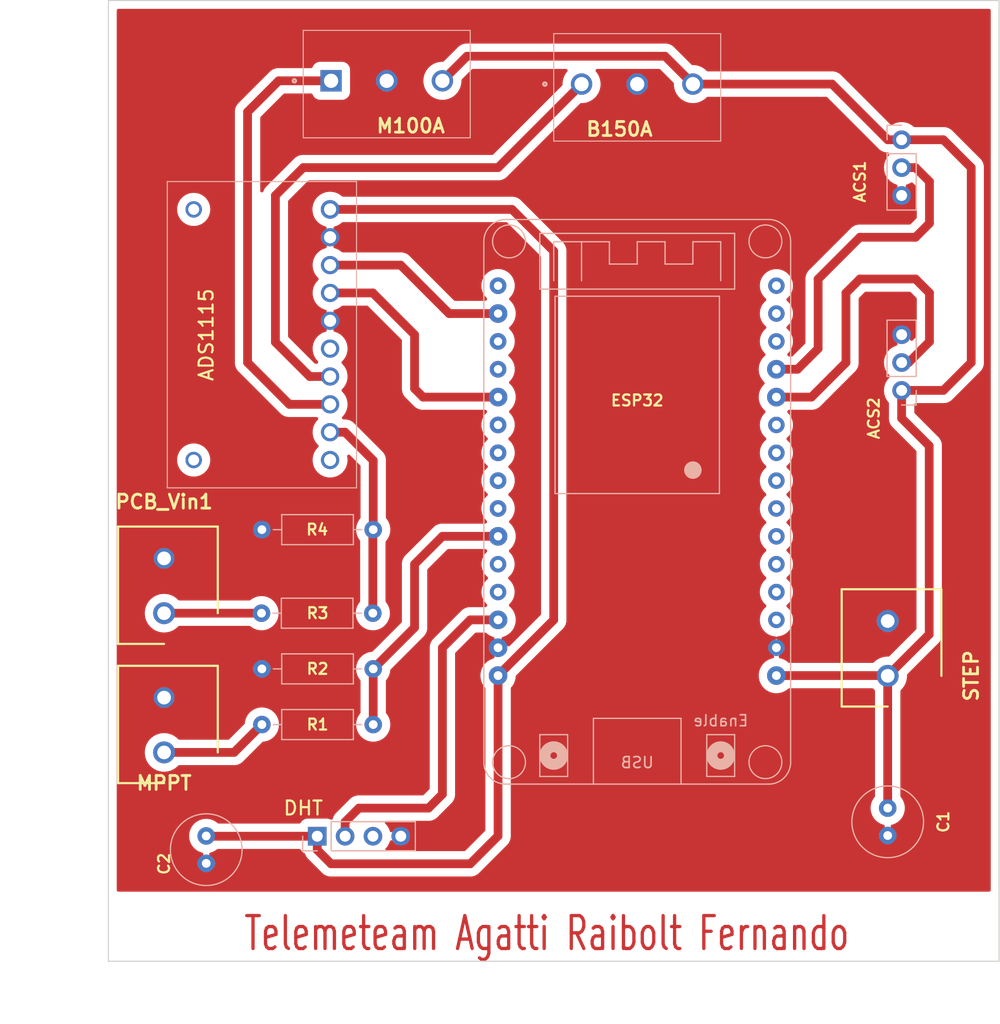
<source format=kicad_pcb>
(kicad_pcb (version 20211014) (generator pcbnew)
  (layers (0 "F.Cu" signal) (31 "B.Cu" signal) (34 "B.Paste" user) (35 "F.Paste" user) (36 "B.SilkS" user "B.Silkscreen") (37 "F.SilkS" user "F.Silkscreen") (38 "B.Mask" user) (39 "F.Mask" user) (44 "Edge.Cuts" user))
  (net 0 "")
  (net 1 "Net-(ACS1-Pad1)")
  (net 2 "Net-(C2-Pad1)")
  (net 3 "Net-(ESP32-Pad21)")
  (net 4 "GND")
  (net 5 "Net-(MPPT1-Pad1)")
  (net 6 "Net-(ACS1-Pad2)")
  (net 7 "Net-(ACS2-Pad2)")
  (net 8 "Net-(ADS1115-Pad3)")
  (net 9 "Net-(ADS1115-Pad4)")
  (net 11 "Net-(ADS1115-Pad7)")
  (net 12 "Net-(ADS1115-Pad8)")
  (net 13 "Net-(ADS1115-Pad9)")
  (net 17 "Net-(DHT1-Pad2)")
  (net 19 "Net-(PCB_Vin1-Pad1)")
  (footprint "Terminal_Block_PCB_2Way:KRE_Terminal_2Way_5.08mm" (layer "F.Cu") (at 73.66 114.3 90)
    (fp_text reference "MPPT" (at -2.8 0) (layer "F.SilkS") (effects (font (size 1.27 1.27) (thickness 0.254))))
    (fp_text value "CTB1202_2BK" hide)
    (fp_line (start 7.9 4.9) (end 7.9 -4.2) (layer "F.SilkS") (width 0.2))
    (fp_line (start -2.8 -4.2) (end -2.8 0) (layer "F.SilkS") (width 0.2))
    (fp_line (start 0 4.9) (end 7.9 4.9) (layer "F.SilkS") (width 0.2))
    (fp_line (start 7.9 -4.2) (end -2.8 -4.2) (layer "F.SilkS") (width 0.2))
    (pad "1" thru_hole circle locked (at 0 0 90) (size 2 2) (drill 1.25) (layers *.Cu *.Mask) (net 5 "Net-(MPPT1-Pad1)"))
    (pad "2" thru_hole circle locked (at 5 0 90) (size 1.875 1.875) (drill 1.25) (layers *.Cu *.Mask) (net 4 "GND"))
  )
  (footprint "Terminal_Block_PCB_2Way:KRE_Terminal_2Way_5.08mm" (layer "F.Cu") (at 73.66 101.6 90)
    (fp_text reference "PCB_Vin1" (at 10.16 0) (layer "F.SilkS") (effects (font (size 1.27 1.27) (thickness 0.254))))
    (fp_text value "CTB1202_2BK" hide)
    (fp_line (start 7.9 4.9) (end 7.9 -4.2) (layer "F.SilkS") (width 0.2))
    (fp_line (start -2.8 -4.2) (end -2.8 0) (layer "F.SilkS") (width 0.2))
    (fp_line (start 7.9 -4.2) (end -2.8 -4.2) (layer "F.SilkS") (width 0.2))
    (fp_line (start 0 4.9) (end 7.9 4.9) (layer "F.SilkS") (width 0.2))
    (pad "1" thru_hole circle locked (at 0 0 90) (size 2 2) (drill 1.25) (layers *.Cu *.Mask) (net 19 "Net-(PCB_Vin1-Pad1)"))
    (pad "2" thru_hole circle locked (at 5 0 90) (size 1.875 1.875) (drill 1.25) (layers *.Cu *.Mask) (net 4 "GND"))
  )
  (footprint "Terminal_Block_PCB_2Way:KRE_Terminal_2Way_5.08mm" (layer "F.Cu") (at 139.7 107.315 90)
    (fp_text reference "STEP" (at 0 7.62 90) (layer "F.SilkS") (effects (font (size 1.27 1.27) (thickness 0.254))))
    (fp_text value "CTB1202_2BK" hide)
    (fp_line (start 7.9 4.9) (end 7.9 -4.2) (layer "F.SilkS") (width 0.2))
    (fp_line (start 7.9 -4.2) (end -2.8 -4.2) (layer "F.SilkS") (width 0.2))
    (fp_line (start -2.8 -4.2) (end -2.8 0) (layer "F.SilkS") (width 0.2))
    (fp_line (start 0 4.9) (end 7.9 4.9) (layer "F.SilkS") (width 0.2))
    (pad "1" thru_hole circle locked (at 0 0 90) (size 2 2) (drill 1.25) (layers *.Cu *.Mask) (net 1 "Net-(ACS1-Pad1)"))
    (pad "2" thru_hole circle locked (at 5 0 90) (size 2 2) (drill 1.25) (layers *.Cu *.Mask) (net 4 "GND"))
  )
  (footprint "Resistor_THT:R_Axial_DIN0207_L6.3mm_D2.5mm_P10.16mm_Horizontal" (layer "B.Cu") (at 82.586666 106.68)
    (fp_text reference "R2" (at 5.08 0) (layer "F.SilkS") (effects (font (thickness 0.2))))
    (fp_text value "R")
    (fp_line (start 1.81 1.37) (end 1.81 -1.37) (layer "B.SilkS") (width 0.12))
    (fp_line (start 1.81 -1.37) (end 8.35 -1.37) (layer "B.SilkS") (width 0.12))
    (fp_line (start 8.35 -1.37) (end 8.35 1.37) (layer "B.SilkS") (width 0.12))
    (fp_line (start 1.04 0) (end 1.81 0) (layer "B.SilkS") (width 0.12))
    (fp_line (start 9.12 0) (end 8.35 0) (layer "B.SilkS") (width 0.12))
    (fp_line (start 8.35 1.37) (end 1.81 1.37) (layer "B.SilkS") (width 0.12))
    (pad "1" thru_hole circle (at 0 0) (size 1.6 1.6) (drill 0.8) (layers *.Cu *.Mask) (net 4 "GND"))
    (pad "2" thru_hole oval (at 10.16 0) (size 1.6 1.6) (drill 0.8) (layers *.Cu *.Mask) (net 3 "Net-(ESP32-Pad21)"))
  )
  (footprint "Resistor_THT:R_Axial_DIN0207_L6.3mm_D2.5mm_P10.16mm_Horizontal" (layer "B.Cu") (at 92.746666 111.76 180)
    (fp_text reference "R1" (at 5.08 0) (layer "F.SilkS") (effects (font (thickness 0.2))))
    (fp_text value "R")
    (fp_line (start 1.81 -1.37) (end 8.35 -1.37) (layer "B.SilkS") (width 0.12))
    (fp_line (start 1.81 1.37) (end 1.81 -1.37) (layer "B.SilkS") (width 0.12))
    (fp_line (start 8.35 -1.37) (end 8.35 1.37) (layer "B.SilkS") (width 0.12))
    (fp_line (start 8.35 1.37) (end 1.81 1.37) (layer "B.SilkS") (width 0.12))
    (fp_line (start 9.12 0) (end 8.35 0) (layer "B.SilkS") (width 0.12))
    (fp_line (start 1.04 0) (end 1.81 0) (layer "B.SilkS") (width 0.12))
    (pad "1" thru_hole circle (at 0 0 180) (size 1.6 1.6) (drill 0.8) (layers *.Cu *.Mask) (net 3 "Net-(ESP32-Pad21)"))
    (pad "2" thru_hole oval (at 10.16 0 180) (size 1.6 1.6) (drill 0.8) (layers *.Cu *.Mask) (net 5 "Net-(MPPT1-Pad1)"))
  )
  (footprint "Terminal_Block_PCB_3Way:Connector_KRE_3W_5,08mm" (layer "B.Cu") (at 88.9 53.04)
    (fp_text reference "M100A" (at 7.265 4.11 -180) (layer "F.SilkS") (effects (font (size 1.27 1.27) (thickness 0.254))))
    (fp_text value "1715734" hide)
    (fp_line (start -2.54 5.2) (end 12.7 5.2) (layer "B.SilkS") (width 0.1))
    (fp_line (start -2.54 -4.6) (end -2.54 5.2) (layer "B.SilkS") (width 0.1))
    (fp_line (start 12.7 -4.6) (end -2.54 -4.6) (layer "B.SilkS") (width 0.1))
    (fp_line (start 12.7 5.2) (end 12.7 -4.6) (layer "B.SilkS") (width 0.1))
    (fp_circle (center -3.35 0) (end -3.35 -0.05) (layer "B.SilkS") (width 0.2) (fill none))
    (pad "1" thru_hole rect locked (at 0 0) (size 1.95 1.95) (drill 1.3) (layers *.Cu *.Mask) (net 12 "Net-(ADS1115-Pad8)"))
    (pad "2" thru_hole circle locked (at 5.08 0) (size 1.95 1.95) (drill 1.3) (layers *.Cu *.Mask) (net 4 "GND"))
    (pad "3" thru_hole circle locked (at 10.16 0) (size 1.95 1.95) (drill 1.3) (layers *.Cu *.Mask) (net 1 "Net-(ACS1-Pad1)"))
  )
  (footprint "ADS1115:ADS1115" (layer "B.Cu") (at 88.809666 64.77 -90)
    (fp_text reference "ADS1115" (at 11.43 11.303 90) (layer "F.SilkS") (effects (font (size 1.27 1.27) (thickness 0.2))))
    (fp_text value "ADS1115" hide)
    (fp_line (start 25.4 14.859) (end 25.4 -2.413) (layer "B.SilkS") (width 0.1))
    (fp_line (start -2.54 -2.413) (end -2.54 14.859) (layer "B.SilkS") (width 0.1))
    (fp_line (start 25.4 -2.413) (end -2.54 -2.413) (layer "B.SilkS") (width 0.1))
    (fp_line (start -2.54 14.859) (end 25.4 14.859) (layer "B.SilkS") (width 0.1))
    (pad "1" thru_hole circle locked (at 0 0 270) (size 1.7 1.7) (drill 1.11) (layers *.Cu *.Mask) (net 2 "Net-(C2-Pad1)"))
    (pad "2" thru_hole circle locked (at 2.54 0 270) (size 1.665 1.665) (drill 1.11) (layers *.Cu *.Mask) (net 4 "GND"))
    (pad "3" thru_hole circle locked (at 5.08 0 270) (size 1.665 1.665) (drill 1.11) (layers *.Cu *.Mask) (net 8 "Net-(ADS1115-Pad3)"))
    (pad "4" thru_hole circle locked (at 7.62 0 270) (size 1.665 1.665) (drill 1.11) (layers *.Cu *.Mask) (net 9 "Net-(ADS1115-Pad4)"))
    (pad "5" thru_hole circle locked (at 10.16 0 270) (size 1.665 1.665) (drill 1.11) (layers *.Cu *.Mask) (net 4 "GND"))
    (pad "6" thru_hole circle locked (at 12.7 0 270) (size 1.665 1.665) (drill 1.11) (layers *.Cu *.Mask))
    (pad "7" thru_hole circle locked (at 15.24 0 270) (size 1.665 1.665) (drill 1.11) (layers *.Cu *.Mask) (net 11 "Net-(ADS1115-Pad7)"))
    (pad "8" thru_hole circle locked (at 17.78 0 270) (size 1.665 1.665) (drill 1.11) (layers *.Cu *.Mask) (net 12 "Net-(ADS1115-Pad8)"))
    (pad "9" thru_hole circle locked (at 20.32 0 270) (size 1.665 1.665) (drill 1.11) (layers *.Cu *.Mask) (net 13 "Net-(ADS1115-Pad9)"))
    (pad "10" thru_hole circle locked (at 22.86 0 270) (size 1.665 1.665) (drill 1.11) (layers *.Cu *.Mask))
    (pad "MH1" thru_hole circle locked (at 0 12.446 270) (size 1.5 1.5) (drill 1) (layers *.Cu *.Mask))
    (pad "MH2" thru_hole circle locked (at 22.86 12.446 270) (size 1.5 1.5) (drill 1) (layers *.Cu *.Mask))
  )
  (footprint "Terminal_Block_PCB_3Way:Connector_KRE_3W_5,08mm" (layer "B.Cu") (at 111.76 53.34)
    (fp_text reference "B150A" (at 3.455 4.11) (layer "F.SilkS") (effects (font (size 1.27 1.27) (thickness 0.254))))
    (fp_text value "1715734" hide)
    (fp_line (start -2.54 5.2) (end 12.7 5.2) (layer "B.SilkS") (width 0.1))
    (fp_line (start -2.54 -4.6) (end -2.54 5.2) (layer "B.SilkS") (width 0.1))
    (fp_line (start 12.7 -4.6) (end -2.54 -4.6) (layer "B.SilkS") (width 0.1))
    (fp_line (start 12.7 5.2) (end 12.7 -4.6) (layer "B.SilkS") (width 0.1))
    (fp_circle (center -3.35 0) (end -3.35 -0.05) (layer "B.SilkS") (width 0.2) (fill none))
    (pad "1" thru_hole circle locked (at 0 0) (size 1.95 1.95) (drill 1.3) (layers *.Cu *.Mask) (net 11 "Net-(ADS1115-Pad7)"))
    (pad "2" thru_hole circle locked (at 5.08 0) (size 1.95 1.95) (drill 1.3) (layers *.Cu *.Mask) (net 4 "GND"))
    (pad "3" thru_hole circle locked (at 10.16 0) (size 1.95 1.95) (drill 1.3) (layers *.Cu *.Mask) (net 1 "Net-(ACS1-Pad1)"))
  )
  (footprint "Connector_PinSocket_2.54mm:PinSocket_1x04_P2.54mm_Vertical" (layer "B.Cu") (at 87.64 121.945 -90)
    (fp_text reference "DHT" (at -2.565 1.28) (layer "F.SilkS") (effects (font (size 1.27 1.27) (thickness 0.2))))
    (fp_text value "Conn_01x04_Female")
    (fp_line (start -1.33 -1.27) (end -1.33 -8.95) (layer "B.SilkS") (width 0.12))
    (fp_line (start 1.33 1.33) (end 1.33 0) (layer "B.SilkS") (width 0.12))
    (fp_line (start -1.33 -8.95) (end 1.33 -8.95) (layer "B.SilkS") (width 0.12))
    (fp_line (start 0 1.33) (end 1.33 1.33) (layer "B.SilkS") (width 0.12))
    (fp_line (start -1.33 -1.27) (end 1.33 -1.27) (layer "B.SilkS") (width 0.12))
    (fp_line (start 1.33 -1.27) (end 1.33 -8.95) (layer "B.SilkS") (width 0.12))
    (pad "1" thru_hole rect (at 0 0 270) (size 1.7 1.7) (drill 1) (layers *.Cu *.Mask) (net 2 "Net-(C2-Pad1)"))
    (pad "2" thru_hole oval (at 0 -2.54 270) (size 1.7 1.7) (drill 1) (layers *.Cu *.Mask) (net 17 "Net-(DHT1-Pad2)"))
    (pad "3" thru_hole oval (at 0 -5.08 270) (size 1.7 1.7) (drill 1) (layers *.Cu *.Mask))
    (pad "4" thru_hole oval (at 0 -7.62 270) (size 1.7 1.7) (drill 1) (layers *.Cu *.Mask) (net 4 "GND"))
  )
  (footprint "Capacitor_THT:C_Radial_D6.3mm_H11.0mm_P2.50mm" (layer "B.Cu") (at 77.506666 121.92 -90)
    (fp_text reference "C2" (at 2.54 3.846666 90) (layer "F.SilkS") (effects (font (thickness 0.2))))
    (fp_text value "C_Polarized")
    (fp_circle (center 1.25 0) (end 4.52 0) (layer "B.SilkS") (width 0.12) (fill none))
    (pad "1" thru_hole circle (at 0 0 270) (size 1.6 1.6) (drill 0.8) (layers *.Cu *.Mask) (net 2 "Net-(C2-Pad1)"))
    (pad "2" thru_hole circle (at 2.5 0 270) (size 1.6 1.6) (drill 0.8) (layers *.Cu *.Mask) (net 4 "GND"))
  )
  (footprint "esp32_devkit_v1_doit:esp32_devkit_v1_doit" (layer "B.Cu") (at 116.84 71.73 180)
    (fp_text reference "ESP32" (at 0 -10.47) (layer "F.SilkS") (effects (font (thickness 0.2))))
    (fp_text value "ESP32_DevKit_V1_DOIT")
    (fp_text user "USB" (at 0 -43.49) (layer "B.SilkS") (effects (justify mirror)))
    (fp_text user "Enable" (at -7.62 -39.68) (layer "B.SilkS") (effects (justify mirror)))
    (fp_line (start -7.5 -18.96) (end -7.5 -0.96) (layer "B.SilkS") (width 0.12))
    (fp_line (start -7.62 4.008) (end -5.08 4.008) (layer "B.SilkS") (width 0.12))
    (fp_line (start -8.89 -44.76) (end -8.89 -40.95) (layer "B.SilkS") (width 0.12))
    (fp_line (start 5.08 4.008) (end 5.08 0.452) (layer "B.SilkS") (width 0.12))
    (fp_line (start -5.08 1.976) (end -2.54 1.976) (layer "B.SilkS") (width 0.12))
    (fp_line (start -2.54 4.008) (end 0 4.008) (layer "B.SilkS") (width 0.12))
    (fp_line (start 6.35 -44.76) (end 6.35 -40.95) (layer "B.SilkS") (width 0.12))
    (fp_line (start -12 6.04) (end 12 6.04) (layer "B.SilkS") (width 0.12))
    (fp_line (start 7.5 -0.96) (end 7.5 -18.96) (layer "B.SilkS") (width 0.12))
    (fp_line (start -4 -39.46) (end 4 -39.46) (layer "B.SilkS") (width 0.12))
    (fp_line (start -14 4.04) (end -14 -43.46) (layer "B.SilkS") (width 0.12))
    (fp_line (start -6.35 -44.76) (end -8.89 -44.76) (layer "B.SilkS") (width 0.12))
    (fp_line (start 8.89 -44.76) (end 6.35 -44.76) (layer "B.SilkS") (width 0.12))
    (fp_line (start -2.54 1.976) (end -2.54 4.008) (layer "B.SilkS") (width 0.12))
    (fp_line (start -7.62 0.452) (end -7.62 4.008) (layer "B.SilkS") (width 0.12))
    (fp_line (start 8.89 4.77) (end 8.89 -0.31) (layer "B.SilkS") (width 0.12))
    (fp_line (start -6.35 -40.95) (end -6.35 -44.76) (layer "B.SilkS") (width 0.12))
    (fp_line (start 6.35 -40.95) (end 8.89 -40.95) (layer "B.SilkS") (width 0.12))
    (fp_line (start 0 1.976) (end 2.54 1.976) (layer "B.SilkS") (width 0.12))
    (fp_line (start -8.89 -0.31) (end -8.89 4.77) (layer "B.SilkS") (width 0.12))
    (fp_line (start -8.89 -40.95) (end -6.35 -40.95) (layer "B.SilkS") (width 0.12))
    (fp_line (start 8.89 -40.95) (end 8.89 -44.76) (layer "B.SilkS") (width 0.12))
    (fp_line (start 14 -43.46) (end 14 4.04) (layer "B.SilkS") (width 0.12))
    (fp_line (start 7.5 -18.96) (end -7.5 -18.96) (layer "B.SilkS") (width 0.12))
    (fp_line (start 8.89 -0.31) (end -8.89 -0.31) (layer "B.SilkS") (width 0.12))
    (fp_line (start -5.08 4.008) (end -5.08 1.976) (layer "B.SilkS") (width 0.12))
    (fp_line (start 4 -39.46) (end 4 -45.46) (layer "B.SilkS") (width 0.12))
    (fp_line (start 7.62 4.008) (end 7.62 0.452) (layer "B.SilkS") (width 0.12))
    (fp_line (start -8.89 4.77) (end 8.89 4.77) (layer "B.SilkS") (width 0.12))
    (fp_line (start -12 -45.46) (end 12 -45.46) (layer "B.SilkS") (width 0.12))
    (fp_line (start -4 -39.46) (end -4 -45.46) (layer "B.SilkS") (width 0.12))
    (fp_line (start 0 4.008) (end 0 1.976) (layer "B.SilkS") (width 0.12))
    (fp_line (start 2.54 1.976) (end 2.54 4.008) (layer "B.SilkS") (width 0.12))
    (fp_line (start 2.54 4.008) (end 7.62 4.008) (layer "B.SilkS") (width 0.12))
    (fp_line (start -7.5 -0.96) (end 7.5 -0.96) (layer "B.SilkS") (width 0.12))
    (fp_arc (start 14 4.04) (mid 13.414214 5.454214) (end 12 6.04) (layer "B.SilkS") (width 0.12))
    (fp_arc (start -12 6.04) (mid -13.414214 5.454214) (end -14 4.04) (layer "B.SilkS") (width 0.12))
    (fp_arc (start -14 -43.46) (mid -13.414214 -44.874214) (end -12 -45.46) (layer "B.SilkS") (width 0.12))
    (fp_arc (start 12 -45.46) (mid 13.414214 -44.874214) (end 14 -43.46) (layer "B.SilkS") (width 0.12))
    (fp_circle (center -7.62 -42.855) (end -7.32 -42.855) (layer "B.SilkS") (width 1) (fill none))
    (fp_circle (center 11.7 4.04) (end 13.2 4.04) (layer "B.SilkS") (width 0.12) (fill none))
    (fp_circle (center 7.62 -42.855) (end 7.92 -42.855) (layer "B.SilkS") (width 1) (fill none))
    (fp_circle (center -11.7 -43.46) (end -10.2 -43.46) (layer "B.SilkS") (width 0.12) (fill none))
    (fp_circle (center -5.08 -16.82) (end -4.68 -16.82) (layer "B.SilkS") (width 0.8) (fill none))
    (fp_circle (center 11.7 -43.46) (end 13.2 -43.46) (layer "B.SilkS") (width 0.12) (fill none))
    (fp_circle (center -11.7 4.04) (end -10.2 4.04) (layer "B.SilkS") (width 0.12) (fill none))
    (pad "1" thru_hole circle locked (at -12.7 0 180) (size 1.5 1.5) (drill 0.8) (layers *.Cu *.Mask))
    (pad "2" thru_hole circle locked (at -12.7 -2.54 180) (size 1.5 1.5) (drill 0.8) (layers *.Cu *.Mask))
    (pad "3" thru_hole circle locked (at -12.7 -5.08 180) (size 1.5 1.5) (drill 0.8) (layers *.Cu *.Mask))
    (pad "4" thru_hole circle (at -12.7 -7.62 180) (size 1.7 1.7) (drill 0.8) (layers *.Cu *.Mask) (net 6 "Net-(ACS1-Pad2)"))
    (pad "5" thru_hole circle locked (at -12.7 -10.16 180) (size 1.7 1.7) (drill 0.8) (layers *.Cu *.Mask) (net 7 "Net-(ACS2-Pad2)"))
    (pad "6" thru_hole circle locked (at -12.7 -12.7 180) (size 1.5 1.5) (drill 0.8) (layers *.Cu *.Mask))
    (pad "7" thru_hole circle locked (at -12.7 -15.24 180) (size 1.5 1.5) (drill 0.8) (layers *.Cu *.Mask))
    (pad "8" thru_hole circle locked (at -12.7 -17.78 180) (size 1.5 1.5) (drill 0.8) (layers *.Cu *.Mask))
    (pad "9" thru_hole circle locked (at -12.7 -20.32 180) (size 1.5 1.5) (drill 0.8) (layers *.Cu *.Mask))
    (pad "10" thru_hole circle locked (at -12.7 -22.86 180) (size 1.5 1.5) (drill 0.8) (layers *.Cu *.Mask))
    (pad "11" thru_hole circle locked (at -12.7 -25.4 180) (size 1.5 1.5) (drill 0.8) (layers *.Cu *.Mask))
    (pad "12" thru_hole circle locked (at -12.7 -27.94 180) (size 1.5 1.5) (drill 0.8) (layers *.Cu *.Mask))
    (pad "13" thru_hole circle locked (at -12.7 -30.48 180) (size 1.5 1.5) (drill 0.8) (layers *.Cu *.Mask))
    (pad "14" thru_hole circle locked (at -12.7 -33.02 180) (size 1.5 1.5) (drill 0.8) (layers *.Cu *.Mask) (net 4 "GND"))
    (pad "15" thru_hole circle locked (at -12.7 -35.56 180) (size 1.7 1.7) (drill 0.8) (layers *.Cu *.Mask) (net 1 "Net-(ACS1-Pad1)"))
    (pad "16" thru_hole circle locked (at 12.7 -35.56 180) (size 1.7 1.7) (drill 0.8) (layers *.Cu *.Mask) (net 2 "Net-(C2-Pad1)"))
    (pad "17" thru_hole circle locked (at 12.7 -33.02 180) (size 1.7 1.7) (drill 0.8) (layers *.Cu *.Mask) (net 4 "GND"))
    (pad "18" thru_hole circle locked (at 12.7 -30.48 180) (size 1.7 1.7) (drill 0.8) (layers *.Cu *.Mask) (net 17 "Net-(DHT1-Pad2)"))
    (pad "19" thru_hole circle locked (at 12.7 -27.94 180) (size 1.5 1.5) (drill 0.8) (layers *.Cu *.Mask))
    (pad "20" thru_hole circle locked (at 12.7 -25.4 180) (size 1.5 1.5) (drill 0.8) (layers *.Cu *.Mask))
    (pad "21" thru_hole circle locked (at 12.7 -22.86 180) (size 1.7 1.7) (drill 0.762) (layers *.Cu *.Mask) (net 3 "Net-(ESP32-Pad21)"))
    (pad "22" thru_hole circle locked (at 12.7 -20.32 180) (size 1.524 1.524) (drill 0.762) (layers *.Cu *.Mask))
    (pad "23" thru_hole circle locked (at 12.7 -17.78 180) (size 1.524 1.524) (drill 0.762) (layers *.Cu *.Mask))
    (pad "24" thru_hole circle locked (at 12.7 -15.24 180) (size 1.524 1.524) (drill 0.762) (layers *.Cu *.Mask))
    (pad "25" thru_hole circle locked (at 12.7 -12.7 180) (size 1.524 1.524) (drill 0.762) (layers *.Cu *.Mask))
    (pad "26" thru_hole circle locked (at 12.7 -10.16 180) (size 1.7 1.7) (drill 0.762) (layers *.Cu *.Mask) (net 9 "Net-(ADS1115-Pad4)"))
    (pad "27" thru_hole circle locked (at 12.7 -7.62 180) (size 1.524 1.524) (drill 0.762) (layers *.Cu *.Mask))
    (pad "28" thru_hole circle locked (at 12.7 -5.08 180) (size 1.524 1.524) (drill 0.762) (layers *.Cu *.Mask))
    (pad "29" thru_hole circle locked (at 12.7 -2.54 180) (size 1.7 1.7) (drill 0.762) (layers *.Cu *.Mask) (net 8 "Net-(ADS1115-Pad3)"))
    (pad "30" thru_hole circle locked (at 12.7 0 180) (size 1.524 1.524) (drill 0.762) (layers *.Cu *.Mask))
  )
  (footprint "Resistor_THT:R_Axial_DIN0207_L6.3mm_D2.5mm_P10.16mm_Horizontal" (layer "B.Cu") (at 92.71 101.6 180)
    (fp_text reference "R3" (at 5.043334 0) (layer "F.SilkS") (effects (font (thickness 0.2))))
    (fp_text value "R")
    (fp_line (start 1.81 1.37) (end 1.81 -1.37) (layer "B.SilkS") (width 0.12))
    (fp_line (start 8.35 -1.37) (end 8.35 1.37) (layer "B.SilkS") (width 0.12))
    (fp_line (start 8.35 1.37) (end 1.81 1.37) (layer "B.SilkS") (width 0.12))
    (fp_line (start 9.12 0) (end 8.35 0) (layer "B.SilkS") (width 0.12))
    (fp_line (start 1.04 0) (end 1.81 0) (layer "B.SilkS") (width 0.12))
    (fp_line (start 1.81 -1.37) (end 8.35 -1.37) (layer "B.SilkS") (width 0.12))
    (pad "1" thru_hole circle (at 0 0 180) (size 1.6 1.6) (drill 0.8) (layers *.Cu *.Mask) (net 13 "Net-(ADS1115-Pad9)"))
    (pad "2" thru_hole oval (at 10.16 0 180) (size 1.6 1.6) (drill 0.8) (layers *.Cu *.Mask) (net 19 "Net-(PCB_Vin1-Pad1)"))
  )
  (footprint "Capacitor_THT:C_Radial_D6.3mm_H11.0mm_P2.50mm" (layer "B.Cu") (at 139.7 119.38 -90)
    (fp_text reference "C1" (at 1.25 -5.08 90) (layer "F.SilkS") (effects (font (thickness 0.2))))
    (fp_text value "C_Polarized")
    (fp_circle (center 1.25 0) (end 4.52 0) (layer "B.SilkS") (width 0.12) (fill none))
    (pad "1" thru_hole circle (at 0 0 270) (size 1.6 1.6) (drill 0.8) (layers *.Cu *.Mask) (net 1 "Net-(ACS1-Pad1)"))
    (pad "2" thru_hole circle (at 2.5 0 270) (size 1.6 1.6) (drill 0.8) (layers *.Cu *.Mask) (net 4 "GND"))
  )
  (footprint "Connector_PinSocket_2.54mm:PinSocket_1x03_P2.54mm_Vertical" (layer "B.Cu") (at 140.97 58.42 180)
    (fp_text reference "ACS1" (at 3.81 -3.81 90) (layer "F.SilkS") (effects (font (thickness 0.2))))
    (fp_text value "Conn_01x03_Female")
    (fp_line (start 1.33 -1.27) (end 1.33 -6.41) (layer "B.SilkS") (width 0.12))
    (fp_line (start 0 1.33) (end 1.33 1.33) (layer "B.SilkS") (width 0.12))
    (fp_line (start -1.33 -1.27) (end 1.33 -1.27) (layer "B.SilkS") (width 0.12))
    (fp_line (start -1.33 -6.41) (end 1.33 -6.41) (layer "B.SilkS") (width 0.12))
    (fp_line (start -1.33 -1.27) (end -1.33 -6.41) (layer "B.SilkS") (width 0.12))
    (fp_line (start 1.33 1.33) (end 1.33 0) (layer "B.SilkS") (width 0.12))
    (pad "1" thru_hole circle (at 0 0 180) (size 1.7 1.7) (drill 1) (layers *.Cu *.Mask) (net 1 "Net-(ACS1-Pad1)"))
    (pad "2" thru_hole oval (at 0 -2.54 180) (size 1.7 1.7) (drill 1) (layers *.Cu *.Mask) (net 6 "Net-(ACS1-Pad2)"))
    (pad "3" thru_hole oval (at 0 -5.08 180) (size 1.7 1.7) (drill 1) (layers *.Cu *.Mask) (net 4 "GND"))
  )
  (footprint "Connector_PinSocket_2.54mm:PinSocket_1x03_P2.54mm_Vertical" (layer "B.Cu") (at 140.97 81.28)
    (fp_text reference "ACS2" (at -2.54 2.54 90) (layer "F.SilkS") (effects (font (thickness 0.2))))
    (fp_text value "Conn_01x03_Female")
    (fp_line (start -1.33 -1.27) (end -1.33 -6.41) (layer "B.SilkS") (width 0.12))
    (fp_line (start -1.33 -6.41) (end 1.33 -6.41) (layer "B.SilkS") (width 0.12))
    (fp_line (start -1.33 -1.27) (end 1.33 -1.27) (layer "B.SilkS") (width 0.12))
    (fp_line (start 1.33 1.33) (end 1.33 0) (layer "B.SilkS") (width 0.12))
    (fp_line (start 1.33 -1.27) (end 1.33 -6.41) (layer "B.SilkS") (width 0.12))
    (fp_line (start 0 1.33) (end 1.33 1.33) (layer "B.SilkS") (width 0.12))
    (pad "1" thru_hole circle locked (at 0 0) (size 1.7 1.7) (drill 1) (layers *.Cu *.Mask) (net 1 "Net-(ACS1-Pad1)"))
    (pad "2" thru_hole oval (at 0 -2.54) (size 1.7 1.7) (drill 1) (layers *.Cu *.Mask) (net 7 "Net-(ACS2-Pad2)"))
    (pad "3" thru_hole oval (at 0 -5.08) (size 1.7 1.7) (drill 1) (layers *.Cu *.Mask) (net 4 "GND"))
  )
  (footprint "Resistor_THT:R_Axial_DIN0207_L6.3mm_D2.5mm_P10.16mm_Horizontal" (layer "B.Cu") (at 92.746666 93.98 180)
    (fp_text reference "R4" (at 5.116666 0) (layer "F.SilkS") (effects (font (thickness 0.2))))
    (fp_text value "R")
    (fp_line (start 9.12 0) (end 8.35 0) (layer "B.SilkS") (width 0.12))
    (fp_line (start 1.04 0) (end 1.81 0) (layer "B.SilkS") (width 0.12))
    (fp_line (start 8.35 1.37) (end 1.81 1.37) (layer "B.SilkS") (width 0.12))
    (fp_line (start 8.35 -1.37) (end 8.35 1.37) (layer "B.SilkS") (width 0.12))
    (fp_line (start 1.81 1.37) (end 1.81 -1.37) (layer "B.SilkS") (width 0.12))
    (fp_line (start 1.81 -1.37) (end 8.35 -1.37) (layer "B.SilkS") (width 0.12))
    (pad "1" thru_hole circle (at 0 0 180) (size 1.6 1.6) (drill 0.8) (layers *.Cu *.Mask) (net 13 "Net-(ADS1115-Pad9)"))
    (pad "2" thru_hole oval (at 10.16 0 180) (size 1.6 1.6) (drill 0.8) (layers *.Cu *.Mask) (net 4 "GND"))
  )
  (gr_line (start 149.86 45.72) (end 68.58 45.72) (layer "Edge.Cuts") (width 0.1))
  (gr_line (start 68.58 45.72) (end 68.58 133.35) (layer "Edge.Cuts") (width 0.1))
  (gr_line (start 68.58 133.35) (end 149.86 133.35) (layer "Edge.Cuts") (width 0.1))
  (gr_line (start 149.86 133.35) (end 149.86 45.72) (layer "Edge.Cuts") (width 0.1))
  (gr_text "Telemeteam Agatti Raibolt Fernando\n" (at 108.585 130.81) (layer "F.Cu") (effects (font (size 3 2) (thickness 0.3))))
  (segment (start 101.3 50.8) (end 99.06 53.04) (width 0.8) (layer "F.Cu") (net 1))
  (segment (start 139.675 107.29) (end 139.7 107.315) (width 0.8) (layer "F.Cu") (net 1))
  (segment (start 134.62 53.34) (end 121.92 53.34) (width 0.8) (layer "F.Cu") (net 1))
  (segment (start 147.32 60.96) (end 144.78 58.42) (width 0.8) (layer "F.Cu") (net 1))
  (segment (start 119.38 50.8) (end 101.3 50.8) (width 0.8) (layer "F.Cu") (net 1))
  (segment (start 139.7 119.38) (end 139.7 107.315) (width 0.8) (layer "F.Cu") (net 1))
  (segment (start 147.32 78.74) (end 147.32 60.96) (width 0.8) (layer "F.Cu") (net 1))
  (segment (start 144.78 58.42) (end 139.7 58.42) (width 0.8) (layer "F.Cu") (net 1))
  (segment (start 140.97 83.82) (end 140.97 81.28) (width 0.8) (layer "F.Cu") (net 1))
  (segment (start 140.97 81.28) (end 144.78 81.28) (width 0.8) (layer "F.Cu") (net 1))
  (segment (start 139.7 58.42) (end 134.62 53.34) (width 0.8) (layer "F.Cu") (net 1))
  (segment (start 144.78 81.28) (end 147.32 78.74) (width 0.8) (layer "F.Cu") (net 1))
  (segment (start 139.7 107.315) (end 143.485 103.53) (width 0.8) (layer "F.Cu") (net 1))
  (segment (start 129.54 107.29) (end 139.675 107.29) (width 0.8) (layer "F.Cu") (net 1))
  (segment (start 143.485 86.335) (end 140.97 83.82) (width 0.8) (layer "F.Cu") (net 1))
  (segment (start 143.485 103.53) (end 143.485 86.335) (width 0.8) (layer "F.Cu") (net 1))
  (segment (start 121.92 53.34) (end 119.38 50.8) (width 0.8) (layer "F.Cu") (net 1))
  (segment (start 88.809666 64.77) (end 105.41 64.77) (width 0.8) (layer "F.Cu") (net 2))
  (segment (start 104.14 121.92) (end 104.14 107.29) (width 0.8) (layer "F.Cu") (net 2))
  (segment (start 88.9 124.46) (end 101.6 124.46) (width 0.8) (layer "F.Cu") (net 2))
  (segment (start 87.64 123.2) (end 88.9 124.46) (width 0.8) (layer "F.Cu") (net 2))
  (segment (start 109.22 68.58) (end 109.22 102.21) (width 0.8) (layer "F.Cu") (net 2))
  (segment (start 109.22 102.21) (end 104.14 107.29) (width 0.8) (layer "F.Cu") (net 2))
  (segment (start 87.64 121.945) (end 87.64 123.2) (width 0.8) (layer "F.Cu") (net 2))
  (segment (start 101.6 124.46) (end 104.14 121.92) (width 0.8) (layer "F.Cu") (net 2))
  (segment (start 87.64 121.945) (end 77.506666 121.945) (width 0.8) (layer "F.Cu") (net 2))
  (segment (start 105.41 64.77) (end 109.22 68.58) (width 0.8) (layer "F.Cu") (net 2))
  (segment (start 99.06 94.59) (end 104.14 94.59) (width 0.8) (layer "F.Cu") (net 3))
  (segment (start 96.52 97.13) (end 99.06 94.59) (width 0.8) (layer "F.Cu") (net 3))
  (segment (start 92.746666 111.76) (end 92.746666 106.68) (width 0.8) (layer "F.Cu") (net 3))
  (segment (start 92.746666 106.68) (end 96.52 102.906666) (width 0.8) (layer "F.Cu") (net 3))
  (segment (start 96.52 102.906666) (end 96.52 97.13) (width 0.8) (layer "F.Cu") (net 3))
  (segment (start 80.046666 114.3) (end 82.586666 111.76) (width 0.8) (layer "F.Cu") (net 5))
  (segment (start 73.66 114.3) (end 80.046666 114.3) (width 0.8) (layer "F.Cu") (net 5))
  (segment (start 137.16 67.31) (end 133.35 71.12) (width 0.8) (layer "F.Cu") (net 6))
  (segment (start 133.35 71.12) (end 133.35 77.47) (width 0.8) (layer "F.Cu") (net 6))
  (segment (start 143.51 62.23) (end 143.51 66.04) (width 0.8) (layer "F.Cu") (net 6))
  (segment (start 143.51 66.04) (end 142.24 67.31) (width 0.8) (layer "F.Cu") (net 6))
  (segment (start 140.97 60.96) (end 142.24 60.96) (width 0.8) (layer "F.Cu") (net 6))
  (segment (start 131.47 79.35) (end 129.54 79.35) (width 0.8) (layer "F.Cu") (net 6))
  (segment (start 142.24 60.96) (end 143.51 62.23) (width 0.8) (layer "F.Cu") (net 6))
  (segment (start 133.35 77.47) (end 131.47 79.35) (width 0.8) (layer "F.Cu") (net 6))
  (segment (start 142.24 67.31) (end 137.16 67.31) (width 0.8) (layer "F.Cu") (net 6))
  (segment (start 141.605 78.74) (end 140.97 78.74) (width 0.8) (layer "F.Cu") (net 7))
  (segment (start 129.54 81.89) (end 132.74 81.89) (width 0.8) (layer "F.Cu") (net 7))
  (segment (start 135.89 78.74) (end 135.89 72.39) (width 0.8) (layer "F.Cu") (net 7))
  (segment (start 135.89 72.39) (end 137.16 71.12) (width 0.8) (layer "F.Cu") (net 7))
  (segment (start 143.51 76.835) (end 141.605 78.74) (width 0.8) (layer "F.Cu") (net 7))
  (segment (start 143.51 72.39) (end 143.51 76.835) (width 0.8) (layer "F.Cu") (net 7))
  (segment (start 142.24 71.12) (end 143.51 72.39) (width 0.8) (layer "F.Cu") (net 7))
  (segment (start 132.74 81.89) (end 135.89 78.74) (width 0.8) (layer "F.Cu") (net 7))
  (segment (start 137.16 71.12) (end 142.24 71.12) (width 0.8) (layer "F.Cu") (net 7))
  (segment (start 95.25 69.85) (end 99.67 74.27) (width 0.8) (layer "F.Cu") (net 8))
  (segment (start 99.67 74.27) (end 104.14 74.27) (width 0.8) (layer "F.Cu") (net 8))
  (segment (start 88.809666 69.85) (end 95.25 69.85) (width 0.8) (layer "F.Cu") (net 8))
  (segment (start 96.52 76.2) (end 96.52 81.115) (width 0.8) (layer "F.Cu") (net 9))
  (segment (start 96.52 81.115) (end 97.295 81.89) (width 0.8) (layer "F.Cu") (net 9))
  (segment (start 97.295 81.89) (end 104.14 81.89) (width 0.8) (layer "F.Cu") (net 9))
  (segment (start 92.71 72.39) (end 96.52 76.2) (width 0.8) (layer "F.Cu") (net 9))
  (segment (start 88.809666 72.39) (end 92.71 72.39) (width 0.8) (layer "F.Cu") (net 9))
  (segment (start 83.82 76.880167) (end 86.949833 80.01) (width 0.8) (layer "F.Cu") (net 11))
  (segment (start 104.14 60.96) (end 86.36 60.96) (width 0.8) (layer "F.Cu") (net 11))
  (segment (start 111.76 53.34) (end 104.14 60.96) (width 0.8) (layer "F.Cu") (net 11))
  (segment (start 83.82 63.5) (end 83.82 76.880167) (width 0.8) (layer "F.Cu") (net 11))
  (segment (start 86.949833 80.01) (end 88.809666 80.01) (width 0.8) (layer "F.Cu") (net 11))
  (segment (start 86.36 60.96) (end 83.82 63.5) (width 0.8) (layer "F.Cu") (net 11))
  (segment (start 88.809666 82.55) (end 85.09 82.55) (width 0.8) (layer "F.Cu") (net 12))
  (segment (start 81.28 78.74) (end 81.28 55.88) (width 0.8) (layer "F.Cu") (net 12))
  (segment (start 81.28 55.88) (end 84.12 53.04) (width 0.8) (layer "F.Cu") (net 12))
  (segment (start 85.09 82.55) (end 81.28 78.74) (width 0.8) (layer "F.Cu") (net 12))
  (segment (start 84.12 53.04) (end 88.9 53.04) (width 0.8) (layer "F.Cu") (net 12))
  (segment (start 90.17 85.09) (end 88.809666 85.09) (width 0.8) (layer "F.Cu") (net 13))
  (segment (start 92.71 101.6) (end 92.71 94.016666) (width 0.8) (layer "F.Cu") (net 13))
  (segment (start 92.71 94.016666) (end 92.746666 93.98) (width 0.8) (layer "F.Cu") (net 13))
  (segment (start 92.746666 87.666666) (end 90.17 85.09) (width 0.8) (layer "F.Cu") (net 13))
  (segment (start 92.746666 93.98) (end 92.746666 87.666666) (width 0.8) (layer "F.Cu") (net 13))
  (segment (start 97.79 119.38) (end 99.06 118.11) (width 0.8) (layer "F.Cu") (net 17))
  (segment (start 101.6 102.21) (end 104.14 102.21) (width 0.8) (layer "F.Cu") (net 17))
  (segment (start 99.06 118.11) (end 99.06 104.75) (width 0.8) (layer "F.Cu") (net 17))
  (segment (start 99.06 104.75) (end 101.6 102.21) (width 0.8) (layer "F.Cu") (net 17))
  (segment (start 90.18 120.64) (end 91.44 119.38) (width 0.8) (layer "F.Cu") (net 17))
  (segment (start 91.44 119.38) (end 97.79 119.38) (width 0.8) (layer "F.Cu") (net 17))
  (segment (start 90.18 121.945) (end 90.18 120.64) (width 0.8) (layer "F.Cu") (net 17))
  (segment (start 82.586666 101.6) (end 73.66 101.6) (width 0.8) (layer "F.Cu") (net 19))
  (zone (net 4) (net_name "GND") (layer "F.Cu") (connect_pads thru_hole_only (clearance 0.756)) (min_thickness 0.3) (fill yes (thermal_gap 0) (thermal_bridge_width 0.6))
    (polygon (pts (xy 68.58 127) (xy 149.86 127) (xy 149.86 45.72) (xy 68.58 45.72)))
  )
)
</source>
